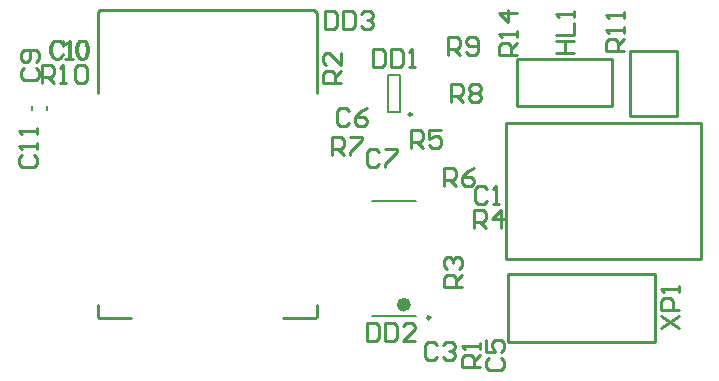
<source format=gbr>
%TF.GenerationSoftware,Altium Limited,Altium Designer,23.4.1 (23)*%
G04 Layer_Color=65535*
%FSLAX45Y45*%
%MOMM*%
%TF.SameCoordinates,95043EA5-DFE4-4E97-A360-3BE786514F03*%
%TF.FilePolarity,Positive*%
%TF.FileFunction,Legend,Top*%
%TF.Part,Single*%
G01*
G75*
%TA.AperFunction,NonConductor*%
%ADD46C,0.25000*%
%ADD47C,0.60000*%
%ADD48C,0.25400*%
%ADD49C,0.20000*%
D46*
X3352500Y2320000D02*
G03*
X3352500Y2320000I-12500J0D01*
G01*
X3507500Y600000D02*
G03*
X3507500Y600000I-12500J0D01*
G01*
D47*
X3315000Y710000D02*
G03*
X3315000Y710000I-30000J0D01*
G01*
D48*
X4165000Y395000D02*
Y970000D01*
Y395000D02*
X5410000D01*
Y970000D01*
X4165000D02*
X5410000D01*
X2547413Y2505790D02*
Y3180790D01*
X2524914Y3203289D02*
X2547413Y3180790D01*
X709916Y3203289D02*
X2524914D01*
X697414Y3190792D02*
X709916Y3203289D01*
X697414Y2498292D02*
Y3190792D01*
X2259915Y593292D02*
X2534916D01*
X2547413Y605788D01*
Y703289D01*
X707417Y595791D02*
X974914D01*
X697414Y605788D02*
X707417Y595791D01*
X697414Y605788D02*
Y708288D01*
X5048004Y2392325D02*
Y2790000D01*
X4240000D02*
X5048004D01*
X4240000Y2392325D02*
Y2790000D01*
Y2392325D02*
X5048004D01*
X5200000Y2305000D02*
X5600000D01*
Y2855000D01*
X5200000D02*
X5600000D01*
X5200000Y2305000D02*
Y2855000D01*
X4149998Y1614376D02*
Y2244376D01*
X5799998D01*
X4149998Y1094376D02*
Y1614376D01*
Y1094376D02*
X5799998D01*
Y2244376D01*
X5463824Y512257D02*
X5616175Y613825D01*
X5463824D02*
X5616175Y512257D01*
Y664608D02*
X5463824D01*
Y740783D01*
X5489216Y766175D01*
X5540000D01*
X5565392Y740783D01*
Y664608D01*
X5616175Y816959D02*
Y867742D01*
Y842351D01*
X5463824D01*
X5489216Y816959D01*
X2616866Y3196175D02*
Y3043825D01*
X2693041D01*
X2718433Y3069217D01*
Y3170784D01*
X2693041Y3196175D01*
X2616866D01*
X2769216D02*
Y3043825D01*
X2845392D01*
X2870784Y3069217D01*
Y3170784D01*
X2845392Y3196175D01*
X2769216D01*
X2921567Y3170784D02*
X2946959Y3196175D01*
X2997743D01*
X3023134Y3170784D01*
Y3145392D01*
X2997743Y3120000D01*
X2972351D01*
X2997743D01*
X3023134Y3094608D01*
Y3069217D01*
X2997743Y3043825D01*
X2946959D01*
X2921567Y3069217D01*
X4573824Y2842257D02*
X4726175D01*
X4650000D01*
Y2943825D01*
X4573824D01*
X4726175D01*
X4573824Y2994608D02*
X4726175D01*
Y3096175D01*
Y3146959D02*
Y3197742D01*
Y3172351D01*
X4573824D01*
X4599216Y3146959D01*
X4246175Y2819562D02*
X4093824D01*
Y2895737D01*
X4119216Y2921129D01*
X4170000D01*
X4195392Y2895737D01*
Y2819562D01*
Y2870345D02*
X4246175Y2921129D01*
Y2971912D02*
Y3022696D01*
Y2997304D01*
X4093824D01*
X4119216Y2971912D01*
X4246175Y3175046D02*
X4093824D01*
X4170000Y3098871D01*
Y3200438D01*
X219562Y2583825D02*
Y2736175D01*
X295737D01*
X321129Y2710784D01*
Y2660000D01*
X295737Y2634608D01*
X219562D01*
X270345D02*
X321129Y2583825D01*
X371912D02*
X422696D01*
X397304D01*
Y2736175D01*
X371912Y2710784D01*
X498871D02*
X524263Y2736175D01*
X575047D01*
X600438Y2710784D01*
Y2609217D01*
X575047Y2583825D01*
X524263D01*
X498871Y2609217D01*
Y2710784D01*
X5146175Y2854954D02*
X4993825D01*
Y2931129D01*
X5019217Y2956521D01*
X5070000D01*
X5095392Y2931129D01*
Y2854954D01*
Y2905737D02*
X5146175Y2956521D01*
Y3007304D02*
Y3058088D01*
Y3032696D01*
X4993825D01*
X5019217Y3007304D01*
X5146175Y3134263D02*
Y3185047D01*
Y3159655D01*
X4993825D01*
X5019217Y3134263D01*
X3663041Y2823825D02*
Y2976175D01*
X3739217D01*
X3764608Y2950784D01*
Y2900000D01*
X3739217Y2874608D01*
X3663041D01*
X3713825D02*
X3764608Y2823825D01*
X3815392Y2849217D02*
X3840784Y2823825D01*
X3891567D01*
X3916959Y2849217D01*
Y2950784D01*
X3891567Y2976175D01*
X3840784D01*
X3815392Y2950784D01*
Y2925392D01*
X3840784Y2900000D01*
X3916959D01*
X3683041Y2423825D02*
Y2576175D01*
X3759217D01*
X3784608Y2550784D01*
Y2500000D01*
X3759217Y2474608D01*
X3683041D01*
X3733825D02*
X3784608Y2423825D01*
X3835392Y2550784D02*
X3860784Y2576175D01*
X3911567D01*
X3936959Y2550784D01*
Y2525392D01*
X3911567Y2500000D01*
X3936959Y2474608D01*
Y2449217D01*
X3911567Y2423825D01*
X3860784D01*
X3835392Y2449217D01*
Y2474608D01*
X3860784Y2500000D01*
X3835392Y2525392D01*
Y2550784D01*
X3860784Y2500000D02*
X3911567D01*
X2673041Y1973825D02*
Y2126175D01*
X2749216D01*
X2774608Y2100783D01*
Y2050000D01*
X2749216Y2024608D01*
X2673041D01*
X2723825D02*
X2774608Y1973825D01*
X2825392Y2126175D02*
X2926959D01*
Y2100783D01*
X2825392Y1999216D01*
Y1973825D01*
X3623041Y1713825D02*
Y1866175D01*
X3699216D01*
X3724608Y1840783D01*
Y1790000D01*
X3699216Y1764608D01*
X3623041D01*
X3673825D02*
X3724608Y1713825D01*
X3876959Y1866175D02*
X3826175Y1840783D01*
X3775392Y1790000D01*
Y1739216D01*
X3800784Y1713825D01*
X3851567D01*
X3876959Y1739216D01*
Y1764608D01*
X3851567Y1790000D01*
X3775392D01*
X3343041Y2033825D02*
Y2186175D01*
X3419216D01*
X3444608Y2160784D01*
Y2110000D01*
X3419216Y2084608D01*
X3343041D01*
X3393825D02*
X3444608Y2033825D01*
X3596959Y2186175D02*
X3495392D01*
Y2110000D01*
X3546175Y2135392D01*
X3571567D01*
X3596959Y2110000D01*
Y2059217D01*
X3571567Y2033825D01*
X3520784D01*
X3495392Y2059217D01*
X3879914Y1356325D02*
Y1508675D01*
X3956090D01*
X3981481Y1483284D01*
Y1432500D01*
X3956090Y1407108D01*
X3879914D01*
X3930698D02*
X3981481Y1356325D01*
X4108440D02*
Y1508675D01*
X4032265Y1432500D01*
X4133832D01*
X3776175Y860541D02*
X3623824D01*
Y936716D01*
X3649216Y962108D01*
X3700000D01*
X3725392Y936716D01*
Y860541D01*
Y911324D02*
X3776175Y962108D01*
X3649216Y1012892D02*
X3623824Y1038283D01*
Y1089067D01*
X3649216Y1114459D01*
X3674608D01*
X3700000Y1089067D01*
Y1063675D01*
Y1089067D01*
X3725392Y1114459D01*
X3750783D01*
X3776175Y1089067D01*
Y1038283D01*
X3750783Y1012892D01*
X2756175Y2583041D02*
X2603824D01*
Y2659216D01*
X2629216Y2684608D01*
X2680000D01*
X2705392Y2659216D01*
Y2583041D01*
Y2633824D02*
X2756175Y2684608D01*
Y2836959D02*
Y2735392D01*
X2654608Y2836959D01*
X2629216D01*
X2603824Y2811567D01*
Y2760783D01*
X2629216Y2735392D01*
X3926175Y178433D02*
X3773825D01*
Y254608D01*
X3799216Y280000D01*
X3850000D01*
X3875392Y254608D01*
Y178433D01*
Y229216D02*
X3926175Y280000D01*
Y330784D02*
Y381567D01*
Y356176D01*
X3773825D01*
X3799216Y330784D01*
X2976866Y556175D02*
Y403825D01*
X3053041D01*
X3078433Y429217D01*
Y530784D01*
X3053041Y556175D01*
X2976866D01*
X3129216D02*
Y403825D01*
X3205392D01*
X3230784Y429217D01*
Y530784D01*
X3205392Y556175D01*
X3129216D01*
X3383134Y403825D02*
X3281567D01*
X3383134Y505392D01*
Y530784D01*
X3357743Y556175D01*
X3306959D01*
X3281567Y530784D01*
X3022258Y2876175D02*
Y2723825D01*
X3098433D01*
X3123825Y2749216D01*
Y2850783D01*
X3098433Y2876175D01*
X3022258D01*
X3174608D02*
Y2723825D01*
X3250784D01*
X3276176Y2749216D01*
Y2850783D01*
X3250784Y2876175D01*
X3174608D01*
X3326959Y2723825D02*
X3377743D01*
X3352351D01*
Y2876175D01*
X3326959Y2850783D01*
X389779Y2924417D02*
X397035Y2902651D01*
Y2946184D01*
X389779Y2924417D01*
X375268Y2938928D01*
X353501Y2946184D01*
X338990D01*
X317223Y2938928D01*
X302712Y2924417D01*
X295456Y2909906D01*
X288201Y2888139D01*
Y2851861D01*
X295456Y2830095D01*
X302712Y2815583D01*
X317223Y2801072D01*
X338990Y2793817D01*
X353501D01*
X375268Y2801072D01*
X389779Y2815583D01*
X397035Y2830095D01*
X338990Y2946184D02*
X324479Y2938928D01*
X309967Y2924417D01*
X302712Y2909906D01*
X295456Y2888139D01*
Y2851861D01*
X302712Y2830095D01*
X309967Y2815583D01*
X324479Y2801072D01*
X338990Y2793817D01*
X418801Y2917162D02*
X433313Y2924417D01*
X455079Y2946184D01*
Y2793817D01*
X447824Y2938928D02*
Y2793817D01*
X418801D02*
X484102D01*
X553755Y2946184D02*
X531989Y2938928D01*
X517477Y2917162D01*
X510222Y2880884D01*
Y2859117D01*
X517477Y2822839D01*
X531989Y2801072D01*
X553755Y2793817D01*
X568266D01*
X590033Y2801072D01*
X604544Y2822839D01*
X611800Y2859117D01*
Y2880884D01*
X604544Y2917162D01*
X590033Y2938928D01*
X568266Y2946184D01*
X553755D01*
X539244Y2938928D01*
X531989Y2931673D01*
X524733Y2917162D01*
X517477Y2880884D01*
Y2859117D01*
X524733Y2822839D01*
X531989Y2808328D01*
X539244Y2801072D01*
X553755Y2793817D01*
X568266D02*
X582778Y2801072D01*
X590033Y2808328D01*
X597289Y2822839D01*
X604544Y2859117D01*
Y2880884D01*
X597289Y2917162D01*
X590033Y2931673D01*
X582778Y2938928D01*
X568266Y2946184D01*
X69217Y2714608D02*
X43825Y2689217D01*
Y2638433D01*
X69217Y2613041D01*
X170784D01*
X196175Y2638433D01*
Y2689217D01*
X170784Y2714608D01*
Y2765392D02*
X196175Y2790784D01*
Y2841567D01*
X170784Y2866959D01*
X69217D01*
X43825Y2841567D01*
Y2790784D01*
X69217Y2765392D01*
X94608D01*
X120000Y2790784D01*
Y2866959D01*
X49216Y1976521D02*
X23824Y1951129D01*
Y1900345D01*
X49216Y1874953D01*
X150783D01*
X176175Y1900345D01*
Y1951129D01*
X150783Y1976521D01*
X176175Y2027304D02*
Y2078088D01*
Y2052696D01*
X23824D01*
X49216Y2027304D01*
X176175Y2154263D02*
Y2205046D01*
Y2179655D01*
X23824D01*
X49216Y2154263D01*
X3074608Y2000783D02*
X3049216Y2026175D01*
X2998433D01*
X2973041Y2000783D01*
Y1899216D01*
X2998433Y1873825D01*
X3049216D01*
X3074608Y1899216D01*
X3125392Y2026175D02*
X3226959D01*
Y2000783D01*
X3125392Y1899216D01*
Y1873825D01*
X2824608Y2350783D02*
X2799216Y2376175D01*
X2748433D01*
X2723041Y2350783D01*
Y2249216D01*
X2748433Y2223825D01*
X2799216D01*
X2824608Y2249216D01*
X2976959Y2376175D02*
X2926175Y2350783D01*
X2875392Y2300000D01*
Y2249216D01*
X2900784Y2223825D01*
X2951567D01*
X2976959Y2249216D01*
Y2274608D01*
X2951567Y2300000D01*
X2875392D01*
X4009217Y254608D02*
X3983825Y229216D01*
Y178433D01*
X4009217Y153041D01*
X4110783D01*
X4136175Y178433D01*
Y229216D01*
X4110783Y254608D01*
X3983825Y406959D02*
Y305392D01*
X4060000D01*
X4034608Y356175D01*
Y381567D01*
X4060000Y406959D01*
X4110783D01*
X4136175Y381567D01*
Y330784D01*
X4110783Y305392D01*
X3564608Y370784D02*
X3539216Y396175D01*
X3488433D01*
X3463041Y370784D01*
Y269217D01*
X3488433Y243825D01*
X3539216D01*
X3564608Y269217D01*
X3615392Y370784D02*
X3640784Y396175D01*
X3691567D01*
X3716959Y370784D01*
Y345392D01*
X3691567Y320000D01*
X3666175D01*
X3691567D01*
X3716959Y294608D01*
Y269217D01*
X3691567Y243825D01*
X3640784D01*
X3615392Y269217D01*
X3990000Y1690784D02*
X3964608Y1716175D01*
X3913825D01*
X3888433Y1690784D01*
Y1589217D01*
X3913825Y1563825D01*
X3964608D01*
X3990000Y1589217D01*
X4040784Y1563825D02*
X4091567D01*
X4066176D01*
Y1716175D01*
X4040784Y1690784D01*
D49*
X137502Y2355002D02*
Y2395002D01*
X262501Y2355002D02*
Y2395002D01*
X3249999Y2345000D02*
Y2655002D01*
X3150000Y2345000D02*
Y2655002D01*
Y2345000D02*
X3249999D01*
X3150000Y2655002D02*
X3249999D01*
X3014999Y610002D02*
X3385000D01*
X3014999Y1590000D02*
X3385000D01*
%TF.MD5,14d291f1d32fc89271eb2fc96c557169*%
M02*

</source>
